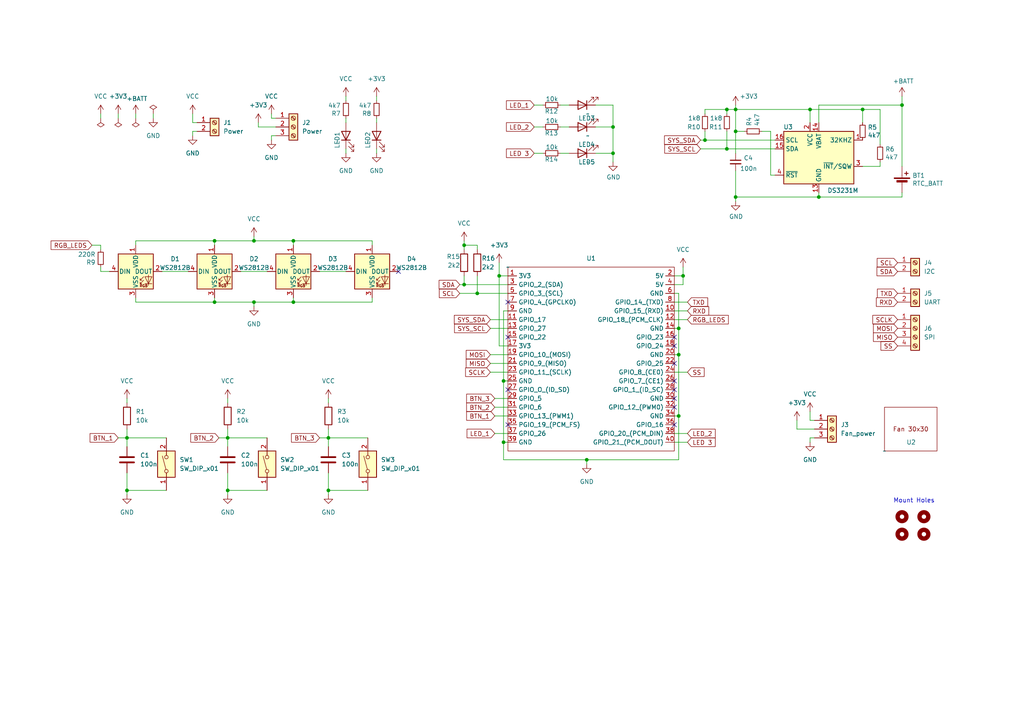
<source format=kicad_sch>
(kicad_sch (version 20231120) (generator "eeschema") (generator_version "8.0")
  (paper "A4")
  (lib_symbols
    (symbol "Connector:Screw_Terminal_01x02" (pin_names (offset 1.016) hide)
      (property "Reference" "J" (at 0 2.54 0))
      (property "Value" "Screw_Terminal_01x02" (at 0 -5.08 0))
      (symbol "Screw_Terminal_01x02_1_1"
        (rectangle (start -1.27 1.27) (end 1.27 -3.81) (stroke (width 0.254)) (fill (type background)))
        (circle (center 0 -2.54) (radius 0.635) (stroke (width 0.1524)))
        (polyline (pts (xy -0.5334 -2.2098) (xy 0.3302 -3.048)) (stroke (width 0.1524)))
        (polyline (pts (xy -0.5334 0.3302) (xy 0.3302 -0.508)) (stroke (width 0.1524)))
        (polyline (pts (xy -0.3556 -2.032) (xy 0.508 -2.8702)) (stroke (width 0.1524)))
        (polyline (pts (xy -0.3556 0.508) (xy 0.508 -0.3302)) (stroke (width 0.1524)))
        (circle (center 0 0) (radius 0.635) (stroke (width 0.1524)))
        (pin passive line (at -5.08 0 0) (length 3.81) (name "Pin_1") (number "1"))
        (pin passive line (at -5.08 -2.54 0) (length 3.81) (name "Pin_2") (number "2"))
      )
    )
    (symbol "Connector:Screw_Terminal_01x03" (pin_names (offset 1.016) hide)
      (property "Reference" "J" (at 0 5.08 0))
      (property "Value" "Screw_Terminal_01x03" (at 0 -5.08 0))
      (symbol "Screw_Terminal_01x03_1_1"
        (rectangle (start -1.27 3.81) (end 1.27 -3.81) (stroke (width 0.254)) (fill (type background)))
        (circle (center 0 -2.54) (radius 0.635) (stroke (width 0.1524)))
        (polyline (pts (xy -0.5334 -2.2098) (xy 0.3302 -3.048)) (stroke (width 0.1524)))
        (polyline (pts (xy -0.5334 0.3302) (xy 0.3302 -0.508)) (stroke (width 0.1524)))
        (polyline (pts (xy -0.5334 2.8702) (xy 0.3302 2.032)) (stroke (width 0.1524)))
        (polyline (pts (xy -0.3556 -2.032) (xy 0.508 -2.8702)) (stroke (width 0.1524)))
        (polyline (pts (xy -0.3556 0.508) (xy 0.508 -0.3302)) (stroke (width 0.1524)))
        (polyline (pts (xy -0.3556 3.048) (xy 0.508 2.2098)) (stroke (width 0.1524)))
        (circle (center 0 0) (radius 0.635) (stroke (width 0.1524)))
        (circle (center 0 2.54) (radius 0.635) (stroke (width 0.1524)))
        (pin passive line (at -5.08 2.54 0) (length 3.81) (name "Pin_1") (number "1"))
        (pin passive line (at -5.08 0 0) (length 3.81) (name "Pin_2") (number "2"))
        (pin passive line (at -5.08 -2.54 0) (length 3.81) (name "Pin_3") (number "3"))
      )
    )
    (symbol "Connector:Screw_Terminal_01x04" (pin_names (offset 1.016) hide)
      (property "Reference" "J" (at 0 5.08 0))
      (property "Value" "Screw_Terminal_01x04" (at 0 -7.62 0))
      (symbol "Screw_Terminal_01x04_1_1"
        (rectangle (start -1.27 3.81) (end 1.27 -6.35) (stroke (width 0.254)) (fill (type background)))
        (circle (center 0 -5.08) (radius 0.635) (stroke (width 0.1524)))
        (circle (center 0 -2.54) (radius 0.635) (stroke (width 0.1524)))
        (polyline (pts (xy -0.5334 -4.7498) (xy 0.3302 -5.588)) (stroke (width 0.1524)))
        (polyline (pts (xy -0.5334 -2.2098) (xy 0.3302 -3.048)) (stroke (width 0.1524)))
        (polyline (pts (xy -0.5334 0.3302) (xy 0.3302 -0.508)) (stroke (width 0.1524)))
        (polyline (pts (xy -0.5334 2.8702) (xy 0.3302 2.032)) (stroke (width 0.1524)))
        (polyline (pts (xy -0.3556 -4.572) (xy 0.508 -5.4102)) (stroke (width 0.1524)))
        (polyline (pts (xy -0.3556 -2.032) (xy 0.508 -2.8702)) (stroke (width 0.1524)))
        (polyline (pts (xy -0.3556 0.508) (xy 0.508 -0.3302)) (stroke (width 0.1524)))
        (polyline (pts (xy -0.3556 3.048) (xy 0.508 2.2098)) (stroke (width 0.1524)))
        (circle (center 0 0) (radius 0.635) (stroke (width 0.1524)))
        (circle (center 0 2.54) (radius 0.635) (stroke (width 0.1524)))
        (pin passive line (at -5.08 2.54 0) (length 3.81) (name "Pin_1") (number "1"))
        (pin passive line (at -5.08 0 0) (length 3.81) (name "Pin_2") (number "2"))
        (pin passive line (at -5.08 -2.54 0) (length 3.81) (name "Pin_3") (number "3"))
        (pin passive line (at -5.08 -5.08 0) (length 3.81) (name "Pin_4") (number "4"))
      )
    )
    (symbol "Device:Battery_Cell" (pin_numbers hide) (pin_names (offset 0) hide)
      (property "Reference" "BT" (at 2.54 2.54 0))
      (property "Value" "Battery_Cell" (at 2.54 0 0))
      (symbol "Battery_Cell_0_1"
        (rectangle (start -2.286 1.778) (end 2.286 1.524) (fill (type outline)))
        (rectangle (start -1.524 1.016) (end 1.524 0.508) (fill (type outline)))
        (polyline (pts (xy 0 0.762) (xy 0 0)))
        (polyline (pts (xy 0 1.778) (xy 0 2.54)))
        (polyline (pts (xy 0.762 3.048) (xy 1.778 3.048)) (stroke (width 0.254)))
        (polyline (pts (xy 1.27 3.556) (xy 1.27 2.54)) (stroke (width 0.254)))
      )
      (symbol "Battery_Cell_1_1"
        (pin passive line (at 0 5.08 270) (length 2.54) (name "+") (number "1"))
        (pin passive line (at 0 -2.54 90) (length 2.54) (name "-") (number "2"))
      )
    )
    (symbol "Device:C" (pin_numbers hide) (pin_names (offset 0.254))
      (property "Reference" "C" (at 0.635 2.54 0))
      (property "Value" "C" (at 0.635 -2.54 0))
      (symbol "C_0_1"
        (polyline (pts (xy -2.032 -0.762) (xy 2.032 -0.762)) (stroke (width 0.508)))
        (polyline (pts (xy -2.032 0.762) (xy 2.032 0.762)) (stroke (width 0.508)))
      )
      (symbol "C_1_1"
        (pin passive line (at 0 3.81 270) (length 2.794) (name "~") (number "1"))
        (pin passive line (at 0 -3.81 90) (length 2.794) (name "~") (number "2"))
      )
    )
    (symbol "Device:C_Small" (pin_numbers hide) (pin_names (offset 0.254) hide)
      (property "Reference" "C" (at 0.254 1.778 0))
      (property "Value" "C_Small" (at 0.254 -2.032 0))
      (symbol "C_Small_0_1"
        (polyline (pts (xy -1.524 -0.508) (xy 1.524 -0.508)) (stroke (width 0.3302)))
        (polyline (pts (xy -1.524 0.508) (xy 1.524 0.508)) (stroke (width 0.3048)))
      )
      (symbol "C_Small_1_1"
        (pin passive line (at 0 2.54 270) (length 2.032) (name "~") (number "1"))
        (pin passive line (at 0 -2.54 90) (length 2.032) (name "~") (number "2"))
      )
    )
    (symbol "Device:R" (pin_numbers hide) (pin_names (offset 0))
      (property "Reference" "R" (at 2.032 0 90))
      (property "Value" "R" (at 0 0 90))
      (symbol "R_0_1"
        (rectangle (start -1.016 -2.54) (end 1.016 2.54) (stroke (width 0.254)))
      )
      (symbol "R_1_1"
        (pin passive line (at 0 3.81 270) (length 1.27) (name "~") (number "1"))
        (pin passive line (at 0 -3.81 90) (length 1.27) (name "~") (number "2"))
      )
    )
    (symbol "Device:R_Small" (pin_numbers hide) (pin_names (offset 0.254) hide)
      (property "Reference" "R" (at 0.762 0.508 0))
      (property "Value" "R_Small" (at 0.762 -1.016 0))
      (symbol "R_Small_0_1"
        (rectangle (start -0.762 1.778) (end 0.762 -1.778) (stroke (width 0.2032)))
      )
      (symbol "R_Small_1_1"
        (pin passive line (at 0 2.54 270) (length 0.762) (name "~") (number "1"))
        (pin passive line (at 0 -2.54 90) (length 0.762) (name "~") (number "2"))
      )
    )
    (symbol "LED:IR26-21C_L110_TR8" (pin_numbers hide) (pin_names (offset 1.016) hide)
      (property "Reference" "D" (at 0 2.54 0))
      (property "Value" "IR26-21C_L110_TR8" (at 0 -3.81 0))
      (symbol "IR26-21C_L110_TR8_0_1"
        (polyline (pts (xy -1.27 -1.27) (xy -1.27 1.27)) (stroke (width 0.254)))
        (polyline (pts (xy -1.27 0) (xy 1.27 0)))
        (polyline (pts (xy 1.27 -1.27) (xy 1.27 1.27) (xy -1.27 0) (xy 1.27 -1.27)) (stroke (width 0.254)))
        (polyline (pts (xy -3.048 -0.762) (xy -4.572 -2.286) (xy -3.81 -2.286) (xy -4.572 -2.286) (xy -4.572 -1.524)))
        (polyline (pts (xy -1.778 -0.762) (xy -3.302 -2.286) (xy -2.54 -2.286) (xy -3.302 -2.286) (xy -3.302 -1.524)))
      )
      (symbol "IR26-21C_L110_TR8_1_1"
        (pin passive line (at -3.81 0 0) (length 2.54) (name "K") (number "1"))
        (pin passive line (at 3.81 0 180) (length 2.54) (name "A") (number "2"))
      )
    )
    (symbol "LED:WS2812B" (pin_names (offset 0.254))
      (property "Reference" "D" (at 5.08 5.715 0))
      (property "Value" "WS2812B" (at 1.27 -5.715 0))
      (symbol "WS2812B_0_0"
        (text "RGB" (at 2.286 -4.191 0) (effects (font (size 0.762 0.762))))
      )
      (symbol "WS2812B_0_1"
        (polyline (pts (xy 1.27 -3.556) (xy 1.778 -3.556)))
        (polyline (pts (xy 1.27 -2.54) (xy 1.778 -2.54)))
        (polyline (pts (xy 4.699 -3.556) (xy 2.667 -3.556)))
        (polyline (pts (xy 2.286 -2.54) (xy 1.27 -3.556) (xy 1.27 -3.048)))
        (polyline (pts (xy 2.286 -1.524) (xy 1.27 -2.54) (xy 1.27 -2.032)))
        (polyline (pts (xy 3.683 -1.016) (xy 3.683 -3.556) (xy 3.683 -4.064)))
        (polyline (pts (xy 4.699 -1.524) (xy 2.667 -1.524) (xy 3.683 -3.556) (xy 4.699 -1.524)))
        (rectangle (start 5.08 5.08) (end -5.08 -5.08) (stroke (width 0.254)) (fill (type background)))
      )
      (symbol "WS2812B_1_1"
        (pin power_in line (at 0 7.62 270) (length 2.54) (name "VDD") (number "1"))
        (pin output line (at 7.62 0 180) (length 2.54) (name "DOUT") (number "2"))
        (pin power_in line (at 0 -7.62 90) (length 2.54) (name "VSS") (number "3"))
        (pin input line (at -7.62 0 0) (length 2.54) (name "DIN") (number "4"))
      )
    )
    (symbol "Mechanical:MountingHole" (pin_names (offset 1.016))
      (property "Reference" "H" (at 0 5.08 0))
      (property "Value" "MountingHole" (at 0 3.175 0))
      (symbol "MountingHole_0_1"
        (circle (center 0 0) (radius 1.27) (stroke (width 1.27)))
      )
    )
    (symbol "Switch:SW_DIP_x01" (pin_names (offset 0) hide)
      (property "Reference" "SW" (at 0 3.81 0))
      (property "Value" "SW_DIP_x01" (at 0 -3.81 0))
      (symbol "SW_DIP_x01_0_0"
        (circle (center -2.032 0) (radius 0.508))
        (polyline (pts (xy -1.524 0.127) (xy 2.3622 1.1684)))
        (circle (center 2.032 0) (radius 0.508))
      )
      (symbol "SW_DIP_x01_0_1"
        (rectangle (start -3.81 2.54) (end 3.81 -2.54) (stroke (width 0.254)) (fill (type background)))
      )
      (symbol "SW_DIP_x01_1_1"
        (pin passive line (at -7.62 0 0) (length 5.08) (name "~") (number "1"))
        (pin passive line (at 7.62 0 180) (length 5.08) (name "~") (number "2"))
      )
    )
    (symbol "Timer_RTC:DS3231M"
      (property "Reference" "U" (at -7.62 8.89 0))
      (property "Value" "DS3231M" (at 10.16 8.89 0))
      (symbol "DS3231M_0_1"
        (rectangle (start -10.16 7.62) (end 10.16 -7.62) (stroke (width 0.254)) (fill (type background)))
      )
      (symbol "DS3231M_1_1"
        (pin open_collector line (at 12.7 5.08 180) (length 2.54) (name "32KHZ") (number "1"))
        (pin passive line (at 0 -10.16 90) (length 2.54) hide (name "GND") (number "10"))
        (pin passive line (at 0 -10.16 90) (length 2.54) hide (name "GND") (number "11"))
        (pin passive line (at 0 -10.16 90) (length 2.54) hide (name "GND") (number "12"))
        (pin power_in line (at 0 -10.16 90) (length 2.54) (name "GND") (number "13"))
        (pin power_in line (at 0 10.16 270) (length 2.54) (name "VBAT") (number "14"))
        (pin bidirectional line (at -12.7 2.54 0) (length 2.54) (name "SDA") (number "15"))
        (pin input line (at -12.7 5.08 0) (length 2.54) (name "SCL") (number "16"))
        (pin power_in line (at -2.54 10.16 270) (length 2.54) (name "VCC") (number "2"))
        (pin open_collector line (at 12.7 -2.54 180) (length 2.54) (name "~{INT}/SQW") (number "3"))
        (pin bidirectional line (at -12.7 -5.08 0) (length 2.54) (name "~{RST}") (number "4"))
        (pin passive line (at 0 -10.16 90) (length 2.54) hide (name "GND") (number "5"))
        (pin passive line (at 0 -10.16 90) (length 2.54) hide (name "GND") (number "6"))
        (pin passive line (at 0 -10.16 90) (length 2.54) hide (name "GND") (number "7"))
        (pin passive line (at 0 -10.16 90) (length 2.54) hide (name "GND") (number "8"))
        (pin passive line (at 0 -10.16 90) (length 2.54) hide (name "GND") (number "9"))
      )
    )
    (symbol "my_symbol_lib:Fan_30"
      (property "Reference" "U" (at 7.62 2.54 0))
      (symbol "Fan_30_0_1"
        (rectangle (start 0 12.7) (end 15.24 0))
      )
      (symbol "Fan_30_1_1"
        (text "Fan 30x30" (at 7.62 6.35 0) (effects (font (size 1.27 1.27))))
      )
    )
    (symbol "my_symbol_lib:RPi-Hat"
      (property "Reference" "U" (at 22.86 1.27 0))
      (symbol "RPi-Hat_0_1"
        (rectangle (start 0 0) (end 48.26 -53.34))
      )
      (symbol "RPi-Hat_1_1"
        (pin power_in line (at 0 -2.54 0) (length 2.54) (name "3V3") (number "1"))
        (pin bidirectional line (at 48.26 -12.7 180) (length 2.54) (name "GPIO_15_(RXD)") (number "10"))
        (pin bidirectional line (at 0 -15.24 0) (length 2.54) (name "GPIO_17") (number "11"))
        (pin bidirectional line (at 48.26 -15.24 180) (length 2.54) (name "GPIO_18_(PCM_CLK)") (number "12"))
        (pin bidirectional line (at 0 -17.78 0) (length 2.54) (name "GPIO_27") (number "13"))
        (pin power_in line (at 48.26 -17.78 180) (length 2.54) (name "GND") (number "14"))
        (pin bidirectional line (at 0 -20.32 0) (length 2.54) (name "GPIO_22") (number "15"))
        (pin bidirectional line (at 48.26 -20.32 180) (length 2.54) (name "GPIO_23") (number "16"))
        (pin power_in line (at 0 -22.86 0) (length 2.54) (name "3V3") (number "17"))
        (pin bidirectional line (at 48.26 -22.86 180) (length 2.54) (name "GPIO_24") (number "18"))
        (pin bidirectional line (at 0 -25.4 0) (length 2.54) (name "GPIO_10_(MOSI)") (number "19"))
        (pin power_in line (at 48.26 -2.54 180) (length 2.54) (name "5V") (number "2"))
        (pin power_in line (at 48.26 -25.4 180) (length 2.54) (name "GND") (number "20"))
        (pin bidirectional line (at 0 -27.94 0) (length 2.54) (name "GPIO_9_(MISO)") (number "21"))
        (pin bidirectional line (at 48.26 -27.94 180) (length 2.54) (name "GPIO_25") (number "22"))
        (pin bidirectional line (at 0 -30.48 0) (length 2.54) (name "GPIO_11_(SCLK)") (number "23"))
        (pin bidirectional line (at 48.26 -30.48 180) (length 2.54) (name "GPIO_8_(CE0)") (number "24"))
        (pin power_in line (at 0 -33.02 0) (length 2.54) (name "GND") (number "25"))
        (pin bidirectional line (at 48.26 -33.02 180) (length 2.54) (name "GPIO_7_(CE1)") (number "26"))
        (pin bidirectional line (at 0 -35.56 0) (length 2.54) (name "GPIO_O_(ID_SD)") (number "27"))
        (pin bidirectional line (at 48.26 -35.56 180) (length 2.54) (name "GPIO_1_(ID_SC)") (number "28"))
        (pin bidirectional line (at 0 -38.1 0) (length 2.54) (name "GPIO_5") (number "29"))
        (pin bidirectional line (at 0 -5.08 0) (length 2.54) (name "GPIO_2_(SDA)") (number "3"))
        (pin power_in line (at 48.26 -38.1 180) (length 2.54) (name "GND") (number "30"))
        (pin bidirectional line (at 0 -40.64 0) (length 2.54) (name "GPIO_6") (number "31"))
        (pin bidirectional line (at 48.26 -40.64 180) (length 2.54) (name "GPIO_12_(PWM0)") (number "32"))
        (pin bidirectional line (at 0 -43.18 0) (length 2.54) (name "GPIO_13_(PWM1)") (number "33"))
        (pin power_in line (at 48.26 -43.18 180) (length 2.54) (name "GND") (number "34"))
        (pin bidirectional line (at 0 -45.72 0) (length 2.54) (name "PGIO_19_(PCM_FS)") (number "35"))
        (pin bidirectional line (at 48.26 -45.72 180) (length 2.54) (name "GPIO_16") (number "36"))
        (pin bidirectional line (at 0 -48.26 0) (length 2.54) (name "GPIO_26") (number "37"))
        (pin bidirectional line (at 48.26 -48.26 180) (length 2.54) (name "GPIO_20_(PCM_DIN)") (number "38"))
        (pin power_in line (at 0 -50.8 0) (length 2.54) (name "GND") (number "39"))
        (pin power_in line (at 48.26 -5.08 180) (length 2.54) (name "5V") (number "4"))
        (pin bidirectional line (at 48.26 -50.8 180) (length 2.54) (name "GPIO_21_(PCM_DOUT)") (number "40"))
        (pin bidirectional line (at 0 -7.62 0) (length 2.54) (name "GPIO_3_(SCL)") (number "5"))
        (pin power_in line (at 48.26 -7.62 180) (length 2.54) (name "GND") (number "6"))
        (pin bidirectional line (at 0 -10.16 0) (length 2.54) (name "GPIO_4_(GPCLK0)") (number "7"))
        (pin bidirectional line (at 48.26 -10.16 180) (length 2.54) (name "GPIO_14_(TXD)") (number "8"))
        (pin power_in line (at 0 -12.7 0) (length 2.54) (name "GND") (number "9"))
      )
    )
    (symbol "power:+3V3" (power) (pin_names (offset 0))
      (property "Value" "+3V3" (at 0 3.556 0))
      (symbol "+3V3_0_1"
        (polyline (pts (xy -0.762 1.27) (xy 0 2.54)))
        (polyline (pts (xy 0 0) (xy 0 2.54)))
        (polyline (pts (xy 0 2.54) (xy 0.762 1.27)))
      )
      (symbol "+3V3_1_1"
        (pin power_in line (at 0 0 90) (length 0) hide (name "+3V3") (number "1"))
      )
    )
    (symbol "power:+BATT" (power) (pin_names (offset 0))
      (property "Value" "+BATT" (at 0 3.556 0))
      (symbol "+BATT_0_1"
        (polyline (pts (xy -0.762 1.27) (xy 0 2.54)))
        (polyline (pts (xy 0 0) (xy 0 2.54)))
        (polyline (pts (xy 0 2.54) (xy 0.762 1.27)))
      )
      (symbol "+BATT_1_1"
        (pin power_in line (at 0 0 90) (length 0) hide (name "+BATT") (number "1"))
      )
    )
    (symbol "power:GND" (power) (pin_names (offset 0))
      (property "Value" "GND" (at 0 -3.81 0))
      (symbol "GND_0_1"
        (polyline (pts (xy 0 0) (xy 0 -1.27) (xy 1.27 -1.27) (xy 0 -2.54) (xy -1.27 -1.27) (xy 0 -1.27)))
      )
      (symbol "GND_1_1"
        (pin power_in line (at 0 0 270) (length 0) hide (name "GND") (number "1"))
      )
    )
    (symbol "power:PWR_FLAG" (power) (pin_numbers hide) (pin_names (offset 0) hide)
      (property "Value" "PWR_FLAG" (at 0 3.81 0))
      (symbol "PWR_FLAG_0_0"
        (pin power_out line (at 0 0 90) (length 0) (name "pwr") (number "1"))
      )
      (symbol "PWR_FLAG_0_1"
        (polyline (pts (xy 0 0) (xy 0 1.27) (xy -1.016 1.905) (xy 0 2.54) (xy 1.016 1.905) (xy 0 1.27)))
      )
    )
    (symbol "power:VCC" (power) (pin_names (offset 0))
      (property "Value" "VCC" (at 0 3.81 0))
      (symbol "VCC_0_1"
        (polyline (pts (xy -0.762 1.27) (xy 0 2.54)))
        (polyline (pts (xy 0 0) (xy 0 2.54)))
        (polyline (pts (xy 0 2.54) (xy 0.762 1.27)))
      )
      (symbol "VCC_1_1"
        (pin power_in line (at 0 0 90) (length 0) hide (name "VCC") (number "1"))
      )
    )
  )
  (junction (at 134.62 71.12))
  (junction (at 36.83 127))
  (junction (at 85.09 69.85))
  (junction (at 196.85 95.25))
  (junction (at 85.09 87.63))
  (junction (at 66.04 127))
  (junction (at 196.85 120.65))
  (junction (at 73.66 87.63))
  (junction (at 138.43 85.09))
  (junction (at 210.82 31.75))
  (junction (at 237.49 57.15))
  (junction (at 73.66 69.85))
  (junction (at 146.05 110.49))
  (junction (at 36.83 142.24))
  (junction (at 134.62 82.55))
  (junction (at 95.25 127))
  (junction (at 213.36 31.75))
  (junction (at 177.8 36.83))
  (junction (at 198.12 80.01))
  (junction (at 62.23 69.85))
  (junction (at 213.36 57.15))
  (junction (at 177.8 44.45))
  (junction (at 146.05 128.27))
  (junction (at 95.25 142.24))
  (junction (at 66.04 142.24))
  (junction (at 261.62 30.48))
  (junction (at 234.95 31.75))
  (junction (at 213.36 38.1))
  (junction (at 210.82 43.18))
  (junction (at 144.78 80.01))
  (junction (at 62.23 87.63))
  (junction (at 250.19 31.75))
  (junction (at 196.85 102.87))
  (junction (at 170.18 133.35))
  (junction (at 204.47 40.64))
  (no_connect (at 195.58 123.19))
  (no_connect (at 147.32 87.63))
  (no_connect (at 147.32 97.79))
  (no_connect (at 195.58 113.03))
  (no_connect (at 115.57 78.74))
  (no_connect (at 147.32 123.19))
  (no_connect (at 195.58 115.57))
  (no_connect (at 195.58 110.49))
  (no_connect (at 195.58 118.11))
  (no_connect (at 195.58 100.33))
  (no_connect (at 195.58 105.41))
  (no_connect (at 195.58 97.79))
  (no_connect (at 147.32 113.03))
  (wire (pts (xy 213.36 38.1) (xy 215.9 38.1)))
  (wire (pts (xy 142.24 107.95) (xy 147.32 107.95)))
  (wire (pts (xy 195.58 125.73) (xy 199.39 125.73)))
  (wire (pts (xy 195.58 95.25) (xy 196.85 95.25)))
  (wire (pts (xy 66.04 115.57) (xy 66.04 116.84)))
  (wire (pts (xy 74.93 36.83) (xy 80.01 36.83)))
  (wire (pts (xy 95.25 127) (xy 106.68 127)))
  (wire (pts (xy 57.15 38.1) (xy 55.88 38.1)))
  (wire (pts (xy 237.49 57.15) (xy 261.62 57.15)))
  (wire (pts (xy 196.85 95.25) (xy 196.85 102.87)))
  (wire (pts (xy 142.24 92.71) (xy 147.32 92.71)))
  (wire (pts (xy 195.58 107.95) (xy 199.39 107.95)))
  (wire (pts (xy 213.36 31.75) (xy 234.95 31.75)))
  (wire (pts (xy 146.05 133.35) (xy 170.18 133.35)))
  (wire (pts (xy 154.94 36.83) (xy 157.48 36.83)))
  (wire (pts (xy 203.2 40.64) (xy 204.47 40.64)))
  (wire (pts (xy 146.05 110.49) (xy 147.32 110.49)))
  (wire (pts (xy 36.83 115.57) (xy 36.83 116.84)))
  (wire (pts (xy 133.35 85.09) (xy 138.43 85.09)))
  (wire (pts (xy 196.85 102.87) (xy 196.85 120.65)))
  (wire (pts (xy 196.85 85.09) (xy 196.85 95.25)))
  (wire (pts (xy 154.94 30.48) (xy 157.48 30.48)))
  (wire (pts (xy 95.25 142.24) (xy 95.25 143.51)))
  (wire (pts (xy 107.95 69.85) (xy 107.95 71.12)))
  (wire (pts (xy 73.66 68.58) (xy 73.66 69.85)))
  (wire (pts (xy 195.58 87.63) (xy 199.39 87.63)))
  (wire (pts (xy 170.18 133.35) (xy 170.18 134.62)))
  (wire (pts (xy 237.49 35.56) (xy 237.49 30.48)))
  (wire (pts (xy 223.52 38.1) (xy 223.52 50.8)))
  (wire (pts (xy 204.47 31.75) (xy 204.47 33.02)))
  (wire (pts (xy 236.22 124.46) (xy 231.14 124.46)))
  (wire (pts (xy 74.93 35.56) (xy 74.93 36.83)))
  (wire (pts (xy 177.8 30.48) (xy 177.8 36.83)))
  (wire (pts (xy 213.36 31.75) (xy 213.36 38.1)))
  (wire (pts (xy 237.49 55.88) (xy 237.49 57.15)))
  (wire (pts (xy 55.88 38.1) (xy 55.88 39.37)))
  (wire (pts (xy 66.04 142.24) (xy 77.47 142.24)))
  (wire (pts (xy 213.36 38.1) (xy 213.36 44.45)))
  (wire (pts (xy 198.12 82.55) (xy 195.58 82.55)))
  (wire (pts (xy 85.09 69.85) (xy 85.09 71.12)))
  (wire (pts (xy 195.58 85.09) (xy 196.85 85.09)))
  (wire (pts (xy 143.51 120.65) (xy 147.32 120.65)))
  (wire (pts (xy 213.36 57.15) (xy 213.36 58.42)))
  (wire (pts (xy 138.43 85.09) (xy 147.32 85.09)))
  (wire (pts (xy 213.36 57.15) (xy 237.49 57.15)))
  (wire (pts (xy 134.62 71.12) (xy 138.43 71.12)))
  (wire (pts (xy 231.14 124.46) (xy 231.14 121.92)))
  (wire (pts (xy 172.72 44.45) (xy 177.8 44.45)))
  (wire (pts (xy 204.47 38.1) (xy 204.47 40.64)))
  (wire (pts (xy 109.22 34.29) (xy 109.22 35.56)))
  (wire (pts (xy 146.05 110.49) (xy 146.05 128.27)))
  (wire (pts (xy 92.71 78.74) (xy 100.33 78.74)))
  (wire (pts (xy 147.32 80.01) (xy 144.78 80.01)))
  (wire (pts (xy 142.24 105.41) (xy 147.32 105.41)))
  (wire (pts (xy 55.88 35.56) (xy 57.15 35.56)))
  (wire (pts (xy 66.04 124.46) (xy 66.04 127)))
  (wire (pts (xy 36.83 137.16) (xy 36.83 142.24)))
  (wire (pts (xy 234.95 127) (xy 234.95 128.27)))
  (wire (pts (xy 210.82 43.18) (xy 224.79 43.18)))
  (wire (pts (xy 85.09 87.63) (xy 107.95 87.63)))
  (wire (pts (xy 255.27 48.26) (xy 250.19 48.26)))
  (wire (pts (xy 204.47 40.64) (xy 224.79 40.64)))
  (wire (pts (xy 146.05 90.17) (xy 146.05 110.49)))
  (wire (pts (xy 29.21 72.39) (xy 29.21 71.12)))
  (wire (pts (xy 234.95 119.38) (xy 234.95 121.92)))
  (wire (pts (xy 134.62 82.55) (xy 147.32 82.55)))
  (wire (pts (xy 69.85 78.74) (xy 77.47 78.74)))
  (wire (pts (xy 210.82 38.1) (xy 210.82 43.18)))
  (wire (pts (xy 109.22 43.18) (xy 109.22 44.45)))
  (wire (pts (xy 195.58 90.17) (xy 199.39 90.17)))
  (wire (pts (xy 29.21 33.02) (xy 29.21 34.29)))
  (wire (pts (xy 213.36 49.53) (xy 213.36 57.15)))
  (wire (pts (xy 144.78 80.01) (xy 144.78 76.2)))
  (wire (pts (xy 172.72 30.48) (xy 177.8 30.48)))
  (wire (pts (xy 62.23 69.85) (xy 73.66 69.85)))
  (wire (pts (xy 66.04 142.24) (xy 66.04 143.51)))
  (wire (pts (xy 62.23 69.85) (xy 62.23 71.12)))
  (wire (pts (xy 63.5 127) (xy 66.04 127)))
  (wire (pts (xy 66.04 137.16) (xy 66.04 142.24)))
  (wire (pts (xy 100.33 34.29) (xy 100.33 35.56)))
  (wire (pts (xy 213.36 31.75) (xy 210.82 31.75)))
  (wire (pts (xy 29.21 71.12) (xy 26.67 71.12)))
  (wire (pts (xy 34.29 127) (xy 36.83 127)))
  (wire (pts (xy 195.58 80.01) (xy 198.12 80.01)))
  (wire (pts (xy 143.51 125.73) (xy 147.32 125.73)))
  (wire (pts (xy 255.27 48.26) (xy 255.27 46.99)))
  (wire (pts (xy 39.37 71.12) (xy 39.37 69.85)))
  (wire (pts (xy 29.21 78.74) (xy 29.21 77.47)))
  (wire (pts (xy 92.71 127) (xy 95.25 127)))
  (wire (pts (xy 73.66 87.63) (xy 73.66 88.9)))
  (wire (pts (xy 146.05 128.27) (xy 147.32 128.27)))
  (wire (pts (xy 236.22 127) (xy 234.95 127)))
  (wire (pts (xy 196.85 120.65) (xy 196.85 133.35)))
  (wire (pts (xy 213.36 30.48) (xy 213.36 31.75)))
  (wire (pts (xy 261.62 27.94) (xy 261.62 30.48)))
  (wire (pts (xy 95.25 137.16) (xy 95.25 142.24)))
  (wire (pts (xy 100.33 27.94) (xy 100.33 29.21)))
  (wire (pts (xy 109.22 27.94) (xy 109.22 29.21)))
  (wire (pts (xy 203.2 43.18) (xy 210.82 43.18)))
  (wire (pts (xy 198.12 77.47) (xy 198.12 80.01)))
  (wire (pts (xy 204.47 31.75) (xy 210.82 31.75)))
  (wire (pts (xy 78.74 40.64) (xy 78.74 39.37)))
  (wire (pts (xy 255.27 31.75) (xy 250.19 31.75)))
  (wire (pts (xy 80.01 34.29) (xy 78.74 34.29)))
  (wire (pts (xy 73.66 69.85) (xy 85.09 69.85)))
  (wire (pts (xy 223.52 50.8) (xy 224.79 50.8)))
  (wire (pts (xy 78.74 39.37) (xy 80.01 39.37)))
  (wire (pts (xy 147.32 90.17) (xy 146.05 90.17)))
  (wire (pts (xy 144.78 100.33) (xy 147.32 100.33)))
  (wire (pts (xy 36.83 124.46) (xy 36.83 127)))
  (wire (pts (xy 39.37 33.02) (xy 39.37 34.29)))
  (wire (pts (xy 138.43 80.01) (xy 138.43 85.09)))
  (wire (pts (xy 234.95 31.75) (xy 250.19 31.75)))
  (wire (pts (xy 100.33 43.18) (xy 100.33 44.45)))
  (wire (pts (xy 234.95 31.75) (xy 234.95 35.56)))
  (wire (pts (xy 162.56 36.83) (xy 165.1 36.83)))
  (wire (pts (xy 134.62 71.12) (xy 134.62 72.39)))
  (wire (pts (xy 261.62 55.88) (xy 261.62 57.15)))
  (wire (pts (xy 95.25 142.24) (xy 106.68 142.24)))
  (wire (pts (xy 107.95 87.63) (xy 107.95 86.36)))
  (wire (pts (xy 85.09 86.36) (xy 85.09 87.63)))
  (wire (pts (xy 34.29 33.02) (xy 34.29 34.29)))
  (wire (pts (xy 143.51 115.57) (xy 147.32 115.57)))
  (wire (pts (xy 62.23 86.36) (xy 62.23 87.63)))
  (wire (pts (xy 134.62 80.01) (xy 134.62 82.55)))
  (wire (pts (xy 31.75 78.74) (xy 29.21 78.74)))
  (wire (pts (xy 234.95 121.92) (xy 236.22 121.92)))
  (wire (pts (xy 154.94 44.45) (xy 157.48 44.45)))
  (wire (pts (xy 195.58 120.65) (xy 196.85 120.65)))
  (wire (pts (xy 255.27 31.75) (xy 255.27 41.91)))
  (wire (pts (xy 261.62 30.48) (xy 261.62 48.26)))
  (wire (pts (xy 162.56 30.48) (xy 165.1 30.48)))
  (wire (pts (xy 39.37 69.85) (xy 62.23 69.85)))
  (wire (pts (xy 73.66 87.63) (xy 85.09 87.63)))
  (wire (pts (xy 198.12 80.01) (xy 198.12 82.55)))
  (wire (pts (xy 142.24 102.87) (xy 147.32 102.87)))
  (wire (pts (xy 195.58 128.27) (xy 199.39 128.27)))
  (wire (pts (xy 36.83 142.24) (xy 36.83 143.51)))
  (wire (pts (xy 46.99 78.74) (xy 54.61 78.74)))
  (wire (pts (xy 95.25 124.46) (xy 95.25 127)))
  (wire (pts (xy 210.82 31.75) (xy 210.82 33.02)))
  (wire (pts (xy 138.43 71.12) (xy 138.43 72.39)))
  (wire (pts (xy 195.58 92.71) (xy 199.39 92.71)))
  (wire (pts (xy 223.52 38.1) (xy 220.98 38.1)))
  (wire (pts (xy 62.23 87.63) (xy 73.66 87.63)))
  (wire (pts (xy 134.62 69.85) (xy 134.62 71.12)))
  (wire (pts (xy 39.37 87.63) (xy 62.23 87.63)))
  (wire (pts (xy 85.09 69.85) (xy 107.95 69.85)))
  (wire (pts (xy 66.04 127) (xy 66.04 129.54)))
  (wire (pts (xy 195.58 102.87) (xy 196.85 102.87)))
  (wire (pts (xy 55.88 33.02) (xy 55.88 35.56)))
  (wire (pts (xy 95.25 115.57) (xy 95.25 116.84)))
  (wire (pts (xy 144.78 100.33) (xy 144.78 80.01)))
  (wire (pts (xy 133.35 82.55) (xy 134.62 82.55)))
  (wire (pts (xy 39.37 86.36) (xy 39.37 87.63)))
  (wire (pts (xy 177.8 36.83) (xy 177.8 44.45)))
  (wire (pts (xy 36.83 127) (xy 48.26 127)))
  (wire (pts (xy 250.19 31.75) (xy 250.19 35.56)))
  (wire (pts (xy 172.72 36.83) (xy 177.8 36.83)))
  (wire (pts (xy 44.45 33.02) (xy 44.45 34.29)))
  (wire (pts (xy 36.83 142.24) (xy 48.26 142.24)))
  (wire (pts (xy 143.51 118.11) (xy 147.32 118.11)))
  (wire (pts (xy 95.25 127) (xy 95.25 129.54)))
  (wire (pts (xy 142.24 95.25) (xy 147.32 95.25)))
  (wire (pts (xy 237.49 30.48) (xy 261.62 30.48)))
  (wire (pts (xy 66.04 127) (xy 77.47 127)))
  (wire (pts (xy 196.85 133.35) (xy 170.18 133.35)))
  (wire (pts (xy 78.74 34.29) (xy 78.74 33.02)))
  (wire (pts (xy 146.05 128.27) (xy 146.05 133.35)))
  (wire (pts (xy 177.8 44.45) (xy 177.8 46.99)))
  (wire (pts (xy 36.83 127) (xy 36.83 129.54)))
  (wire (pts (xy 162.56 44.45) (xy 165.1 44.45)))
  (text "Mount Holes\n" (at 259.08 146.05 0) (effects (font (size 1.27 1.27)) (justify left bottom)))
  (global_label "LED_1" (shape input) (at 154.94 30.48 180) (property "Intersheetrefs" "${INTERSHEET_REFS}" (effects (hide yes))))
  (global_label "SDA" (shape input) (at 133.35 82.55 180) (property "Intersheetrefs" "${INTERSHEET_REFS}" (effects (hide yes))))
  (global_label "LED 3" (shape input) (at 154.94 44.45 180) (property "Intersheetrefs" "${INTERSHEET_REFS}" (effects (hide yes))))
  (global_label "MISO" (shape input) (at 260.35 97.79 180) (property "Intersheetrefs" "${INTERSHEET_REFS}" (effects (hide yes))))
  (global_label "SS" (shape input) (at 260.35 100.33 180) (property "Intersheetrefs" "${INTERSHEET_REFS}" (effects (hide yes))))
  (global_label "SCL" (shape input) (at 260.35 76.2 180) (property "Intersheetrefs" "${INTERSHEET_REFS}" (effects (hide yes))))
  (global_label "RGB_LEDS" (shape input) (at 199.39 92.71 0) (property "Intersheetrefs" "${INTERSHEET_REFS}" (effects (hide yes))))
  (global_label "RXD" (shape input) (at 199.39 90.17 0) (property "Intersheetrefs" "${INTERSHEET_REFS}" (effects (hide yes))))
  (global_label "SYS_SCL" (shape input) (at 203.2 43.18 180) (property "Intersheetrefs" "${INTERSHEET_REFS}" (effects (hide yes))))
  (global_label "MOSI" (shape input) (at 142.24 102.87 180) (property "Intersheetrefs" "${INTERSHEET_REFS}" (effects (hide yes))))
  (global_label "BTN_2" (shape input) (at 143.51 118.11 180) (property "Intersheetrefs" "${INTERSHEET_REFS}" (effects (hide yes))))
  (global_label "RGB_LEDS" (shape input) (at 26.67 71.12 180) (property "Intersheetrefs" "${INTERSHEET_REFS}" (effects (hide yes))))
  (global_label "SYS_SDA" (shape input) (at 203.2 40.64 180) (property "Intersheetrefs" "${INTERSHEET_REFS}" (effects (hide yes))))
  (global_label "MOSI" (shape input) (at 260.35 95.25 180) (property "Intersheetrefs" "${INTERSHEET_REFS}" (effects (hide yes))))
  (global_label "LED 3" (shape input) (at 199.39 128.27 0) (property "Intersheetrefs" "${INTERSHEET_REFS}" (effects (hide yes))))
  (global_label "LED_2" (shape input) (at 199.39 125.73 0) (property "Intersheetrefs" "${INTERSHEET_REFS}" (effects (hide yes))))
  (global_label "SCLK" (shape input) (at 260.35 92.71 180) (property "Intersheetrefs" "${INTERSHEET_REFS}" (effects (hide yes))))
  (global_label "SYS_SDA" (shape input) (at 142.24 92.71 180) (property "Intersheetrefs" "${INTERSHEET_REFS}" (effects (hide yes))))
  (global_label "SCL" (shape input) (at 133.35 85.09 180) (property "Intersheetrefs" "${INTERSHEET_REFS}" (effects (hide yes))))
  (global_label "LED_1" (shape input) (at 143.51 125.73 180) (property "Intersheetrefs" "${INTERSHEET_REFS}" (effects (hide yes))))
  (global_label "BTN_1" (shape input) (at 34.29 127 180) (property "Intersheetrefs" "${INTERSHEET_REFS}" (effects (hide yes))))
  (global_label "MISO" (shape input) (at 142.24 105.41 180) (property "Intersheetrefs" "${INTERSHEET_REFS}" (effects (hide yes))))
  (global_label "BTN_3" (shape input) (at 143.51 115.57 180) (property "Intersheetrefs" "${INTERSHEET_REFS}" (effects (hide yes))))
  (global_label "TXD" (shape input) (at 260.35 85.09 180) (property "Intersheetrefs" "${INTERSHEET_REFS}" (effects (hide yes))))
  (global_label "SS" (shape input) (at 199.39 107.95 0) (property "Intersheetrefs" "${INTERSHEET_REFS}" (effects (hide yes))))
  (global_label "TXD" (shape input) (at 199.39 87.63 0) (property "Intersheetrefs" "${INTERSHEET_REFS}" (effects (hide yes))))
  (global_label "BTN_1" (shape input) (at 143.51 120.65 180) (property "Intersheetrefs" "${INTERSHEET_REFS}" (effects (hide yes))))
  (global_label "SDA" (shape input) (at 260.35 78.74 180) (property "Intersheetrefs" "${INTERSHEET_REFS}" (effects (hide yes))))
  (global_label "BTN_3" (shape input) (at 92.71 127 180) (property "Intersheetrefs" "${INTERSHEET_REFS}" (effects (hide yes))))
  (global_label "SYS_SCL" (shape input) (at 142.24 95.25 180) (property "Intersheetrefs" "${INTERSHEET_REFS}" (effects (hide yes))))
  (global_label "SCLK" (shape input) (at 142.24 107.95 180) (property "Intersheetrefs" "${INTERSHEET_REFS}" (effects (hide yes))))
  (global_label "LED_2" (shape input) (at 154.94 36.83 180) (property "Intersheetrefs" "${INTERSHEET_REFS}" (effects (hide yes))))
  (global_label "BTN_2" (shape input) (at 63.5 127 180) (property "Intersheetrefs" "${INTERSHEET_REFS}" (effects (hide yes))))
  (global_label "RXD" (shape input) (at 260.35 87.63 180) (property "Intersheetrefs" "${INTERSHEET_REFS}" (effects (hide yes))))
  (symbol (lib_id "LED:WS2812B") (at 107.95 78.74 0) (unit 1)
    (property "Reference" "D4" (at 119.38 75.0921 0))
    (property "Value" "WS2812B" (at 119.38 77.6321 0))
    (property "Footprint" "LED_SMD:LED_WS2812B_PLCC4_5.0x5.0mm_P3.2mm" (effects (hide yes)))
    (property "Datasheet" "https://cdn-shop.adafruit.com/datasheets/WS2812B.pdf" (effects (hide yes)))
  )
  (symbol (lib_id "power:VCC") (at 234.95 119.38 0) (unit 1)
    (property "Reference" "#PWR08" (effects (hide yes)))
    (property "Value" "VCC" (at 234.95 114.3 0))
  )
  (symbol (lib_id "LED:WS2812B") (at 39.37 78.74 0) (unit 1)
    (property "Reference" "D1" (at 50.8 75.0921 0))
    (property "Value" "WS2812B" (at 50.8 77.6321 0))
    (property "Footprint" "LED_SMD:LED_WS2812B_PLCC4_5.0x5.0mm_P3.2mm" (effects (hide yes)))
    (property "Datasheet" "https://cdn-shop.adafruit.com/datasheets/WS2812B.pdf" (effects (hide yes)))
  )
  (symbol (lib_id "Mechanical:MountingHole") (at 261.62 149.86 0) (unit 1)
    (property "Reference" "H1" (effects (hide yes)))
    (property "Value" "MountingHole" (effects (hide yes)))
    (property "Footprint" "MountingHole:MountingHole_3.2mm_M3" (effects (hide yes)))
  )
  (symbol (lib_id "Device:R_Small") (at 250.19 38.1 0) (unit 1)
    (property "Reference" "R5" (at 251.6886 36.9316 0) (effects (justify left)))
    (property "Value" "4k7" (at 251.6886 39.243 0) (effects (justify left)))
    (property "Footprint" "Resistor_SMD:R_1206_3216Metric" (effects (hide yes)))
  )
  (symbol (lib_id "Switch:SW_DIP_x01") (at 77.47 134.62 90) (unit 1)
    (property "Reference" "SW2" (at 81.28 133.35 90) (effects (justify right)))
    (property "Value" "SW_DIP_x01" (at 81.28 135.89 90) (effects (justify right)))
    (property "Footprint" "Button_Switch_THT:SW_PUSH_6mm_H5mm" (effects (hide yes)))
  )
  (symbol (lib_id "Device:R_Small") (at 255.27 44.45 0) (unit 1)
    (property "Reference" "R6" (at 256.7686 43.2816 0) (effects (justify left)))
    (property "Value" "4k7" (at 256.7686 45.593 0) (effects (justify left)))
    (property "Footprint" "Resistor_SMD:R_1206_3216Metric" (effects (hide yes)))
  )
  (symbol (lib_id "power:VCC") (at 29.21 33.02 0) (unit 1)
    (property "Reference" "#PWR026" (effects (hide yes)))
    (property "Value" "VCC" (at 29.21 27.94 0))
  )
  (symbol (lib_id "Connector:Screw_Terminal_01x02") (at 265.43 85.09 0) (unit 1)
    (property "Reference" "J5" (at 267.97 85.09 0) (effects (justify left)))
    (property "Value" "UART" (at 267.97 87.63 0) (effects (justify left)))
    (property "Footprint" "TerminalBlock_TE-Connectivity:TerminalBlock_TE_282834-2_1x02_P2.54mm_Horizontal" (effects (hide yes)))
  )
  (symbol (lib_id "power:+3V3") (at 109.22 27.94 0) (unit 1)
    (property "Reference" "#PWR023" (effects (hide yes)))
    (property "Value" "+3V3" (at 109.22 22.86 0))
  )
  (symbol (lib_id "Connector:Screw_Terminal_01x03") (at 85.09 36.83 0) (unit 1)
    (property "Reference" "J2" (at 87.63 35.56 0) (effects (justify left)))
    (property "Value" "Power" (at 87.63 38.1 0) (effects (justify left)))
    (property "Footprint" "TerminalBlock_TE-Connectivity:TerminalBlock_TE_282834-3_1x03_P2.54mm_Horizontal" (effects (hide yes)))
  )
  (symbol (lib_id "Device:R_Small") (at 29.21 74.93 180) (unit 1)
    (property "Reference" "R9" (at 27.7114 76.0984 0) (effects (justify left)))
    (property "Value" "220R" (at 27.7114 73.787 0) (effects (justify left)))
    (property "Footprint" "Resistor_SMD:R_1206_3216Metric" (effects (hide yes)))
  )
  (symbol (lib_id "power:GND") (at 109.22 44.45 0) (unit 1)
    (property "Reference" "#PWR025" (effects (hide yes)))
    (property "Value" "GND" (at 109.22 49.53 0))
  )
  (symbol (lib_id "Connector:Screw_Terminal_01x03") (at 241.3 124.46 0) (unit 1)
    (property "Reference" "J3" (at 243.84 123.19 0) (effects (justify left)))
    (property "Value" "Fan_power" (at 243.84 125.73 0) (effects (justify left)))
    (property "Footprint" "TerminalBlock_TE-Connectivity:TerminalBlock_TE_282834-3_1x03_P2.54mm_Horizontal" (effects (hide yes)))
  )
  (symbol (lib_id "Device:C") (at 95.25 133.35 0) (unit 1)
    (property "Reference" "C3" (at 99.06 132.08 0) (effects (justify left)))
    (property "Value" "100n" (at 99.06 134.62 0) (effects (justify left)))
    (property "Footprint" "Capacitor_SMD:C_1206_3216Metric" (effects (hide yes)))
  )
  (symbol (lib_id "power:+3V3") (at 144.78 76.2 0) (unit 1)
    (property "Reference" "#PWR04" (effects (hide yes)))
    (property "Value" "+3V3" (at 144.78 71.12 0))
  )
  (symbol (lib_id "power:+BATT") (at 39.37 33.02 0) (unit 1)
    (property "Reference" "#PWR030" (effects (hide yes)))
    (property "Value" "+BATT" (at 39.751 28.6258 0))
  )
  (symbol (lib_id "power:VCC") (at 36.83 115.57 0) (unit 1)
    (property "Reference" "#PWR013" (effects (hide yes)))
    (property "Value" "VCC" (at 36.83 110.49 0))
  )
  (symbol (lib_id "power:GND") (at 213.36 58.42 0) (unit 1)
    (property "Reference" "#PWR021" (effects (hide yes)))
    (property "Value" "GND" (at 213.487 62.8142 0))
  )
  (symbol (lib_id "Mechanical:MountingHole") (at 261.62 154.94 0) (unit 1)
    (property "Reference" "H2" (effects (hide yes)))
    (property "Value" "MountingHole" (effects (hide yes)))
    (property "Footprint" "MountingHole:MountingHole_3.2mm_M3" (effects (hide yes)))
  )
  (symbol (lib_id "Device:C_Small") (at 213.36 46.99 0) (unit 1)
    (property "Reference" "C4" (at 215.6968 45.8216 0) (effects (justify left)))
    (property "Value" "100n" (at 214.63 48.895 0) (effects (justify left)))
    (property "Footprint" "Capacitor_SMD:C_1206_3216Metric" (effects (hide yes)))
  )
  (symbol (lib_id "power:+3V3") (at 213.36 30.48 0) (unit 1)
    (property "Reference" "#PWR022" (effects (hide yes)))
    (property "Value" "+3V3" (at 217.17 27.94 0))
  )
  (symbol (lib_id "power:PWR_FLAG") (at 29.21 34.29 180) (unit 1)
    (property "Reference" "#FLG01" (effects (hide yes)))
    (property "Value" "PWR_FLAG" (effects (hide yes)))
  )
  (symbol (lib_id "Mechanical:MountingHole") (at 267.97 149.86 0) (unit 1)
    (property "Reference" "H3" (effects (hide yes)))
    (property "Value" "MountingHole" (effects (hide yes)))
    (property "Footprint" "MountingHole:MountingHole_3.2mm_M3" (effects (hide yes)))
  )
  (symbol (lib_id "Connector:Screw_Terminal_01x04") (at 265.43 95.25 0) (unit 1)
    (property "Reference" "J6" (at 267.97 95.25 0) (effects (justify left)))
    (property "Value" "SPI" (at 267.97 97.79 0) (effects (justify left)))
    (property "Footprint" "TerminalBlock_TE-Connectivity:TerminalBlock_TE_282834-4_1x04_P2.54mm_Horizontal" (effects (hide yes)))
  )
  (symbol (lib_id "Device:R_Small") (at 160.02 36.83 270) (unit 1)
    (property "Reference" "R13" (at 157.988 38.608 90) (effects (justify left)))
    (property "Value" "10k" (at 158.242 35.052 90) (effects (justify left)))
    (property "Footprint" "Resistor_SMD:R_1206_3216Metric" (effects (hide yes)))
  )
  (symbol (lib_id "power:VCC") (at 134.62 69.85 0) (unit 1)
    (property "Reference" "#PWR032" (effects (hide yes)))
    (property "Value" "VCC" (at 134.62 64.77 0))
  )
  (symbol (lib_id "Device:C") (at 66.04 133.35 0) (unit 1)
    (property "Reference" "C2" (at 69.85 132.08 0) (effects (justify left)))
    (property "Value" "100n" (at 69.85 134.62 0) (effects (justify left)))
    (property "Footprint" "Capacitor_SMD:C_1206_3216Metric" (effects (hide yes)))
  )
  (symbol (lib_id "power:GND") (at 170.18 134.62 0) (unit 1)
    (property "Reference" "#PWR05" (effects (hide yes)))
    (property "Value" "GND" (at 170.18 139.7 0))
  )
  (symbol (lib_id "power:GND") (at 73.66 88.9 0) (unit 1)
    (property "Reference" "#PWR02" (effects (hide yes)))
    (property "Value" "GND" (at 73.66 93.98 0))
  )
  (symbol (lib_id "Device:R") (at 95.25 120.65 0) (unit 1)
    (property "Reference" "R3" (at 97.79 119.38 0) (effects (justify left)))
    (property "Value" "10k" (at 97.79 121.92 0) (effects (justify left)))
    (property "Footprint" "Resistor_SMD:R_1206_3216Metric" (effects (hide yes)))
  )
  (symbol (lib_id "LED:IR26-21C_L110_TR8") (at 168.91 36.83 180) (unit 1)
    (property "Reference" "LED4" (at 170.18 41.91 0))
    (property "Value" "~" (at 170.4975 39.37 0))
    (property "Footprint" "LED_SMD:LED_1206_3216Metric" (effects (hide yes)))
    (property "Datasheet" "http://www.everlight.com/file/ProductFile/IR26-21C-L110-TR8.pdf" (effects (hide yes)))
    (property "Description" "940nm, 20 deg, Infrared LED, 1206" (effects (hide yes)))
  )
  (symbol (lib_id "LED:IR26-21C_L110_TR8") (at 168.91 30.48 180) (unit 1)
    (property "Reference" "LED3" (at 170.18 34.29 0))
    (property "Value" "~" (at 170.4975 33.02 0))
    (property "Footprint" "LED_SMD:LED_1206_3216Metric" (effects (hide yes)))
    (property "Datasheet" "http://www.everlight.com/file/ProductFile/IR26-21C-L110-TR8.pdf" (effects (hide yes)))
    (property "Description" "940nm, 20 deg, Infrared LED, 1206" (effects (hide yes)))
  )
  (symbol (lib_id "my_symbol_lib:RPi-Hat") (at 147.32 77.47 0) (unit 1)
    (property "Reference" "U1" (at 171.45 74.93 0))
    (property "Value" "~" (at 147.32 77.47 0))
    (property "Footprint" "Connector_PinSocket_2.54mm:PinSocket_2x20_P2.54mm_Vertical" (effects (hide yes)))
  )
  (symbol (lib_id "power:GND") (at 177.8 46.99 0) (unit 1)
    (property "Reference" "#PWR031" (effects (hide yes)))
    (property "Value" "GND" (at 177.927 51.3842 0))
  )
  (symbol (lib_id "Device:R") (at 36.83 120.65 0) (unit 1)
    (property "Reference" "R1" (at 39.37 119.38 0) (effects (justify left)))
    (property "Value" "10k" (at 39.37 121.92 0) (effects (justify left)))
    (property "Footprint" "Resistor_SMD:R_1206_3216Metric" (effects (hide yes)))
  )
  (symbol (lib_id "Device:R") (at 138.43 76.2 0) (unit 1)
    (property "Reference" "R16" (at 139.7 74.93 0) (effects (justify left)))
    (property "Value" "2k2" (at 139.7 77.47 0) (effects (justify left)))
    (property "Footprint" "Resistor_SMD:R_1206_3216Metric" (effects (hide yes)))
  )
  (symbol (lib_id "Device:R") (at 134.62 76.2 0) (unit 1)
    (property "Reference" "R15" (at 129.54 74.422 0) (effects (justify left)))
    (property "Value" "2k2" (at 129.794 76.962 0) (effects (justify left)))
    (property "Footprint" "Resistor_SMD:R_1206_3216Metric" (effects (hide yes)))
  )
  (symbol (lib_id "power:GND") (at 44.45 34.29 0) (unit 1)
    (property "Reference" "#PWR029" (effects (hide yes)))
    (property "Value" "GND" (at 44.45 39.37 0))
  )
  (symbol (lib_id "power:VCC") (at 55.88 33.02 0) (unit 1)
    (property "Reference" "#PWR06" (effects (hide yes)))
    (property "Value" "VCC" (at 55.88 27.94 0))
  )
  (symbol (lib_id "power:GND") (at 78.74 40.64 0) (unit 1)
    (property "Reference" "#PWR019" (effects (hide yes)))
    (property "Value" "GND" (at 78.74 45.72 0))
  )
  (symbol (lib_id "Device:R_Small") (at 109.22 31.75 180) (unit 1)
    (property "Reference" "R8" (at 107.7214 32.9184 0) (effects (justify left)))
    (property "Value" "4k7" (at 107.7214 30.607 0) (effects (justify left)))
    (property "Footprint" "Resistor_SMD:R_1206_3216Metric" (effects (hide yes)))
  )
  (symbol (lib_id "Mechanical:MountingHole") (at 267.97 154.94 0) (unit 1)
    (property "Reference" "H4" (effects (hide yes)))
    (property "Value" "MountingHole" (effects (hide yes)))
    (property "Footprint" "MountingHole:MountingHole_3.2mm_M3" (effects (hide yes)))
  )
  (symbol (lib_id "power:GND") (at 36.83 143.51 0) (unit 1)
    (property "Reference" "#PWR014" (effects (hide yes)))
    (property "Value" "GND" (at 36.83 148.59 0))
  )
  (symbol (lib_id "power:VCC") (at 66.04 115.57 0) (unit 1)
    (property "Reference" "#PWR011" (effects (hide yes)))
    (property "Value" "VCC" (at 66.04 110.49 0))
  )
  (symbol (lib_id "power:VCC") (at 78.74 33.02 0) (unit 1)
    (property "Reference" "#PWR017" (effects (hide yes)))
    (property "Value" "VCC" (at 78.74 27.94 0))
  )
  (symbol (lib_id "Device:R_Small") (at 218.44 38.1 90) (unit 1)
    (property "Reference" "R4" (at 217.2716 36.6014 0) (effects (justify left)))
    (property "Value" "4k7" (at 219.583 36.6014 0) (effects (justify left)))
    (property "Footprint" "Resistor_SMD:R_1206_3216Metric" (effects (hide yes)))
  )
  (symbol (lib_id "power:GND") (at 66.04 143.51 0) (unit 1)
    (property "Reference" "#PWR012" (effects (hide yes)))
    (property "Value" "GND" (at 66.04 148.59 0))
  )
  (symbol (lib_id "power:VCC") (at 198.12 77.47 0) (unit 1)
    (property "Reference" "#PWR03" (effects (hide yes)))
    (property "Value" "VCC" (at 198.12 72.39 0))
  )
  (symbol (lib_id "Connector:Screw_Terminal_01x02") (at 62.23 35.56 0) (unit 1)
    (property "Reference" "J1" (at 64.77 35.56 0) (effects (justify left)))
    (property "Value" "Power" (at 64.77 38.1 0) (effects (justify left)))
    (property "Footprint" "TerminalBlock_RND:TerminalBlock_RND_205-00001_1x02_P5.00mm_Horizontal" (effects (hide yes)))
  )
  (symbol (lib_id "LED:IR26-21C_L110_TR8") (at 168.91 44.45 180) (unit 1)
    (property "Reference" "LED5" (at 170.18 46.99 0))
    (property "Value" "~" (at 170.4975 46.99 0))
    (property "Footprint" "LED_SMD:LED_1206_3216Metric" (effects (hide yes)))
    (property "Datasheet" "http://www.everlight.com/file/ProductFile/IR26-21C-L110-TR8.pdf" (effects (hide yes)))
    (property "Description" "940nm, 20 deg, Infrared LED, 1206" (effects (hide yes)))
  )
  (symbol (lib_id "Device:Battery_Cell") (at 261.62 53.34 0) (unit 1)
    (property "Reference" "BT1" (at 264.6172 50.9016 0) (effects (justify left)))
    (property "Value" "RTC_BATT" (at 264.6172 53.213 0) (effects (justify left)))
    (property "Footprint" "Battery:BatteryHolder_Keystone_3000_1x12mm" (effects (hide yes)))
  )
  (symbol (lib_id "Connector:Screw_Terminal_01x02") (at 265.43 76.2 0) (unit 1)
    (property "Reference" "J4" (at 267.97 76.2 0) (effects (justify left)))
    (property "Value" "I2C" (at 267.97 78.74 0) (effects (justify left)))
    (property "Footprint" "TerminalBlock_TE-Connectivity:TerminalBlock_TE_282834-2_1x02_P2.54mm_Horizontal" (effects (hide yes)))
  )
  (symbol (lib_id "power:PWR_FLAG") (at 44.45 33.02 0) (unit 1)
    (property "Reference" "#FLG04" (effects (hide yes)))
    (property "Value" "PWR_FLAG" (effects (hide yes)))
  )
  (symbol (lib_id "LED:WS2812B") (at 62.23 78.74 0) (unit 1)
    (property "Reference" "D2" (at 73.66 75.0921 0))
    (property "Value" "WS2812B" (at 73.66 77.6321 0))
    (property "Footprint" "LED_SMD:LED_WS2812B_PLCC4_5.0x5.0mm_P3.2mm" (effects (hide yes)))
    (property "Datasheet" "https://cdn-shop.adafruit.com/datasheets/WS2812B.pdf" (effects (hide yes)))
  )
  (symbol (lib_id "power:GND") (at 100.33 44.45 0) (unit 1)
    (property "Reference" "#PWR024" (effects (hide yes)))
    (property "Value" "GND" (at 100.33 49.53 0))
  )
  (symbol (lib_id "power:+3V3") (at 74.93 35.56 0) (unit 1)
    (property "Reference" "#PWR018" (effects (hide yes)))
    (property "Value" "+3V3" (at 74.93 30.48 0))
  )
  (symbol (lib_id "Device:C") (at 36.83 133.35 0) (unit 1)
    (property "Reference" "C1" (at 40.64 132.08 0) (effects (justify left)))
    (property "Value" "100n" (at 40.64 134.62 0) (effects (justify left)))
    (property "Footprint" "Capacitor_SMD:C_1206_3216Metric" (effects (hide yes)))
  )
  (symbol (lib_id "power:PWR_FLAG") (at 34.29 34.29 180) (unit 1)
    (property "Reference" "#FLG02" (effects (hide yes)))
    (property "Value" "PWR_FLAG" (effects (hide yes)))
  )
  (symbol (lib_id "LED:WS2812B") (at 85.09 78.74 0) (unit 1)
    (property "Reference" "D3" (at 96.52 75.0921 0))
    (property "Value" "WS2812B" (at 96.52 77.6321 0))
    (property "Footprint" "LED_SMD:LED_WS2812B_PLCC4_5.0x5.0mm_P3.2mm" (effects (hide yes)))
    (property "Datasheet" "https://cdn-shop.adafruit.com/datasheets/WS2812B.pdf" (effects (hide yes)))
  )
  (symbol (lib_id "power:VCC") (at 95.25 115.57 0) (unit 1)
    (property "Reference" "#PWR015" (effects (hide yes)))
    (property "Value" "VCC" (at 95.25 110.49 0))
  )
  (symbol (lib_id "Device:R_Small") (at 160.02 44.45 270) (unit 1)
    (property "Reference" "R14" (at 157.988 46.228 90) (effects (justify left)))
    (property "Value" "10k" (at 158.242 42.672 90) (effects (justify left)))
    (property "Footprint" "Resistor_SMD:R_1206_3216Metric" (effects (hide yes)))
  )
  (symbol (lib_id "power:+3V3") (at 231.14 121.92 0) (unit 1)
    (property "Reference" "#PWR010" (effects (hide yes)))
    (property "Value" "+3V3" (at 231.14 116.84 0))
  )
  (symbol (lib_id "power:GND") (at 234.95 128.27 0) (unit 1)
    (property "Reference" "#PWR09" (effects (hide yes)))
    (property "Value" "GND" (at 234.95 133.35 0))
  )
  (symbol (lib_id "Timer_RTC:DS3231M") (at 237.49 45.72 0) (unit 1)
    (property "Reference" "U3" (at 228.6 36.83 0))
    (property "Value" "DS3231M" (at 244.475 55.245 0))
    (property "Footprint" "Package_SO:SOIC-16W_7.5x10.3mm_P1.27mm" (effects (hide yes)))
    (property "Datasheet" "http://datasheets.maximintegrated.com/en/ds/DS3231.pdf" (effects (hide yes)))
  )
  (symbol (lib_id "Device:R_Small") (at 204.47 35.56 180) (unit 1)
    (property "Reference" "R10" (at 203.2 36.83 0) (effects (justify left)))
    (property "Value" "1k8" (at 203.2 34.29 0) (effects (justify left)))
    (property "Footprint" "Resistor_SMD:R_1206_3216Metric" (effects (hide yes)))
  )
  (symbol (lib_id "Switch:SW_DIP_x01") (at 48.26 134.62 90) (unit 1)
    (property "Reference" "SW1" (at 52.07 133.35 90) (effects (justify right)))
    (property "Value" "SW_DIP_x01" (at 52.07 135.89 90) (effects (justify right)))
    (property "Footprint" "Button_Switch_THT:SW_PUSH_6mm_H5mm" (effects (hide yes)))
  )
  (symbol (lib_id "power:+3V3") (at 34.29 33.02 0) (unit 1)
    (property "Reference" "#PWR027" (effects (hide yes)))
    (property "Value" "+3V3" (at 34.29 27.94 0))
  )
  (symbol (lib_id "LED:IR26-21C_L110_TR8") (at 100.33 39.37 90) (unit 1)
    (property "Reference" "LED1" (at 97.79 40.64 0))
    (property "Value" "~" (at 97.79 40.9575 0))
    (property "Footprint" "LED_SMD:LED_1206_3216Metric" (effects (hide yes)))
    (property "Datasheet" "http://www.everlight.com/file/ProductFile/IR26-21C-L110-TR8.pdf" (effects (hide yes)))
    (property "Description" "940nm, 20 deg, Infrared LED, 1206" (effects (hide yes)))
  )
  (symbol (lib_id "power:PWR_FLAG") (at 39.37 34.29 180) (unit 1)
    (property "Reference" "#FLG03" (effects (hide yes)))
    (property "Value" "PWR_FLAG" (effects (hide yes)))
  )
  (symbol (lib_id "Device:R_Small") (at 160.02 30.48 270) (unit 1)
    (property "Reference" "R12" (at 157.988 32.258 90) (effects (justify left)))
    (property "Value" "10k" (at 158.242 28.702 90) (effects (justify left)))
    (property "Footprint" "Resistor_SMD:R_1206_3216Metric" (effects (hide yes)))
  )
  (symbol (lib_id "power:GND") (at 55.88 39.37 0) (unit 1)
    (property "Reference" "#PWR07" (effects (hide yes)))
    (property "Value" "GND" (at 55.88 44.45 0))
  )
  (symbol (lib_id "Switch:SW_DIP_x01") (at 106.68 134.62 90) (unit 1)
    (property "Reference" "SW3" (at 110.49 133.35 90) (effects (justify right)))
    (property "Value" "SW_DIP_x01" (at 110.49 135.89 90) (effects (justify right)))
    (property "Footprint" "Button_Switch_THT:SW_PUSH_6mm_H5mm" (effects (hide yes)))
  )
  (symbol (lib_id "Device:R") (at 66.04 120.65 0) (unit 1)
    (property "Reference" "R2" (at 68.58 119.38 0) (effects (justify left)))
    (property "Value" "10k" (at 68.58 121.92 0) (effects (justify left)))
    (property "Footprint" "Resistor_SMD:R_1206_3216Metric" (effects (hide yes)))
  )
  (symbol (lib_id "power:+BATT") (at 261.62 27.94 0) (unit 1)
    (property "Reference" "#PWR028" (effects (hide yes)))
    (property "Value" "+BATT" (at 262.001 23.5458 0))
  )
  (symbol (lib_id "power:VCC") (at 73.66 68.58 0) (unit 1)
    (property "Reference" "#PWR01" (effects (hide yes)))
    (property "Value" "VCC" (at 73.66 63.5 0))
  )
  (symbol (lib_id "Device:R_Small") (at 100.33 31.75 180) (unit 1)
    (property "Reference" "R7" (at 98.8314 32.9184 0) (effects (justify left)))
    (property "Value" "4k7" (at 98.8314 30.607 0) (effects (justify left)))
    (property "Footprint" "Resistor_SMD:R_1206_3216Metric" (effects (hide yes)))
  )
  (symbol (lib_id "LED:IR26-21C_L110_TR8") (at 109.22 39.37 90) (unit 1)
    (property "Reference" "LED2" (at 106.68 40.64 0))
    (property "Value" "~" (at 106.68 40.9575 0))
    (property "Footprint" "LED_SMD:LED_1206_3216Metric" (effects (hide yes)))
    (property "Datasheet" "http://www.everlight.com/file/ProductFile/IR26-21C-L110-TR8.pdf" (effects (hide yes)))
    (property "Description" "940nm, 20 deg, Infrared LED, 1206" (effects (hide yes)))
  )
  (symbol (lib_id "Device:R_Small") (at 210.82 35.56 180) (unit 1)
    (property "Reference" "R11" (at 209.55 36.83 0) (effects (justify left)))
    (property "Value" "1k8" (at 209.55 34.29 0) (effects (justify left)))
    (property "Footprint" "Resistor_SMD:R_1206_3216Metric" (effects (hide yes)))
  )
  (symbol (lib_id "power:VCC") (at 100.33 27.94 0) (unit 1)
    (property "Reference" "#PWR020" (effects (hide yes)))
    (property "Value" "VCC" (at 100.33 22.86 0))
  )
  (symbol (lib_id "my_symbol_lib:Fan_30") (at 256.54 130.81 0) (unit 1)
    (property "Reference" "U2" (at 262.89 128.27 0) (effects (justify left)))
    (property "Value" "~" (at 256.54 130.81 0))
    (property "Footprint" "my_footprint_lib:FAN_30" (effects (hide yes)))
  )
  (symbol (lib_id "power:GND") (at 95.25 143.51 0) (unit 1)
    (property "Reference" "#PWR016" (effects (hide yes)))
    (property "Value" "GND" (at 95.25 148.59 0))
  )
)
</source>
